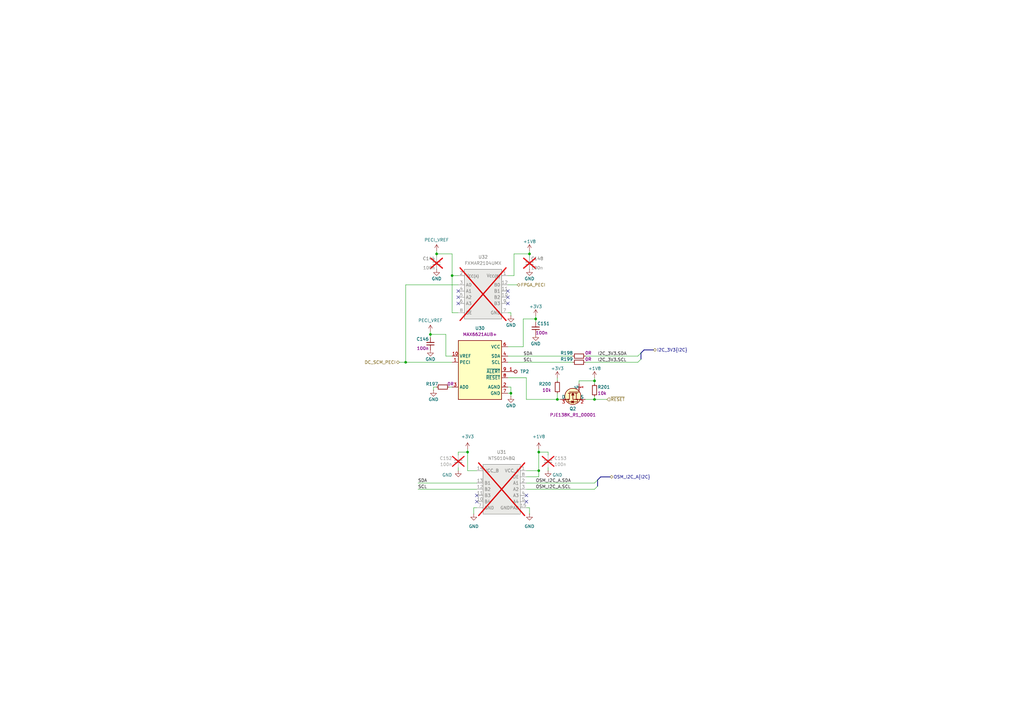
<source format=kicad_sch>
(kicad_sch (version 20250114) (generator "eeschema") (generator_version "9.0")
  (paper "A3")
  (title_block (title "BMC Reference Carrier Board") (date "2025-08-14") (rev "1.0.0"))
  (lib_symbols
    (symbol "antmicroCapacitors0402:C_100n_0402" (pin_numbers (hide yes)) (pin_names (hide yes))
      (property "Reference" "C" (at 20.32 -5.08 0))
      (property "Val" "100n" (at 20.32 -7.62 0))
      (symbol "C_100n_0402_0_1"
        (polyline (pts (xy 2.032 -1.524) (xy 2.032 1.524)) (stroke (width 0.3048)))
        (polyline (pts (xy 3.048 -1.524) (xy 3.048 1.524)) (stroke (width 0.3302)))
      )
      (symbol "C_100n_0402_1_1"
        (pin passive line (at 0 0 0) (length 2.032) (name "~") (number "1"))
        (pin passive line (at 5.08 0 180) (length 2.032) (name "~") (number "2"))
      )
    )
    (symbol "antmicroInterfaceControllers:MAX6621AUBT"
      (property "Reference" "U" (at 35.56 -2.54 0))
      (property "MPN" "MAX6621AUB+" (at 35.56 -5.08 0))
      (symbol "MAX6621AUBT_1_1"
        (rectangle (start 2.54 2.54) (end 20.32 -21.59) (stroke (width 0.254)) (fill (type background)))
        (pin power_in line (at 0 0 0) (length 2.54) (name "VCC") (number "6"))
        (pin passive line (at 0 -3.81 0) (length 2.54) (name "SDA") (number "4"))
        (pin passive line (at 0 -6.35 0) (length 2.54) (name "SCL") (number "5"))
        (pin passive line (at 0 -10.16 0) (length 2.54) (name "~{ALERT}") (number "9"))
        (pin passive line (at 0 -12.7 0) (length 2.54) (name "~{RESET}") (number "8"))
        (pin power_in line (at 0 -16.51 0) (length 2.54) (name "AGND") (number "2"))
        (pin power_in line (at 0 -19.05 0) (length 2.54) (name "GND") (number "7"))
        (pin power_in line (at 22.86 -3.81 180) (length 2.54) (name "VREF") (number "10"))
        (pin passive line (at 22.86 -6.35 180) (length 2.54) (name "PECI") (number "1"))
        (pin passive line (at 22.86 -16.51 180) (length 2.54) (name "AD0") (number "3"))
      )
    )
    (symbol "antmicroLogicTranslatorsLevelShifters:FXMAR2104UMX"
      (property "Reference" "U" (at 35.56 -2.54 0))
      (property "MPN" "FXMAR2104UMX" (at 35.56 -5.08 0))
      (symbol "FXMAR2104UMX_1_1"
        (rectangle (start 2.54 2.54) (end 17.78 -17.78) (stroke (width 0.254)) (fill (type background)))
        (pin power_in line (at 0 0 0) (length 2.54) (name "V_{CC(A)}") (number "2"))
        (pin bidirectional line (at 0 -3.81 0) (length 2.54) (name "A0") (number "3"))
        (pin bidirectional line (at 0 -6.35 0) (length 2.54) (name "A1") (number "4"))
        (pin bidirectional line (at 0 -8.89 0) (length 2.54) (name "A2") (number "5"))
        (pin bidirectional line (at 0 -11.43 0) (length 2.54) (name "A3") (number "6"))
        (pin input line (at 0 -15.24 0) (length 2.54) (name "OE") (number "8"))
        (pin power_in line (at 20.32 0 180) (length 2.54) (name "V_{CC(B)}") (number "1"))
        (pin bidirectional line (at 20.32 -3.81 180) (length 2.54) (name "B0") (number "12"))
        (pin bidirectional line (at 20.32 -6.35 180) (length 2.54) (name "B1") (number "11"))
        (pin bidirectional line (at 20.32 -8.89 180) (length 2.54) (name "B2") (number "10"))
        (pin bidirectional line (at 20.32 -11.43 180) (length 2.54) (name "B3") (number "9"))
        (pin power_in line (at 20.32 -15.24 180) (length 2.54) (name "GND") (number "7"))
      )
    )
    (symbol "antmicroLogicTranslatorsLevelShifters:NTS0104_DHVQFN"
      (property "Reference" "U" (at 35.56 -2.54 0))
      (property "MPN" "NTS0104BQ" (at 35.56 -5.08 0))
      (symbol "NTS0104_DHVQFN_1_1"
        (rectangle (start 2.54 2.54) (end 17.78 -17.78) (stroke (width 0.254)) (fill (type background)))
        (pin power_in line (at 0 0 0) (length 2.54) (name "VCC_A") (number "1"))
        (pin passive line (at 0 -2.54 0) (length 2.54) (name "OE") (number "8"))
        (pin passive line (at 0 -5.08 0) (length 2.54) (name "A1") (number "2"))
        (pin passive line (at 0 -7.62 0) (length 2.54) (name "A2") (number "3"))
        (pin passive line (at 0 -10.16 0) (length 2.54) (name "A3") (number "4"))
        (pin passive line (at 0 -12.7 0) (length 2.54) (name "A4") (number "5"))
        (pin power_in line (at 0 -15.24 0) (length 2.54) (name "GNDPAD") (number "15"))
        (pin no_connect line (at 17.78 -2.54 180) (length 2.54) (hide yes) (name "NC") (number "6"))
        (pin no_connect line (at 17.78 -3.81 180) (length 2.54) (hide yes) (name "NC") (number "9"))
        (pin power_in line (at 20.32 0 180) (length 2.54) (name "VCC_B") (number "14"))
        (pin passive line (at 20.32 -5.08 180) (length 2.54) (name "B1") (number "13"))
        (pin passive line (at 20.32 -7.62 180) (length 2.54) (name "B2") (number "12"))
        (pin passive line (at 20.32 -10.16 180) (length 2.54) (name "B3") (number "11"))
        (pin passive line (at 20.32 -12.7 180) (length 2.54) (name "B4") (number "10"))
        (pin power_in line (at 20.32 -15.24 180) (length 2.54) (name "GND") (number "7"))
      )
    )
    (symbol "antmicroResistors0402:R_0R_0402" (pin_numbers (hide yes)) (pin_names (hide yes))
      (property "Reference" "R" (at 20.32 -5.08 0))
      (property "Val" "0R" (at 20.32 -7.62 0))
      (symbol "R_0R_0402_0_1"
        (rectangle (start 0.635 0.889) (end 4.445 -0.889) (stroke (width 0.254)))
      )
      (symbol "R_0R_0402_1_1"
        (pin passive line (at 0 0 0) (length 0.635) (name "~") (number "1"))
        (pin passive line (at 5.08 0 180) (length 0.635) (name "~") (number "2"))
      )
    )
    (symbol "antmicroResistors0402:R_10k_0402" (pin_numbers (hide yes)) (pin_names (hide yes))
      (property "Reference" "R" (at 20.32 -5.08 0))
      (property "Val" "10k" (at 20.32 -7.62 0))
      (symbol "R_10k_0402_0_1"
        (rectangle (start 0.635 0.889) (end 4.445 -0.889) (stroke (width 0.254)))
      )
      (symbol "R_10k_0402_1_1"
        (pin passive line (at 0 0 0) (length 0.635) (name "~") (number "1"))
        (pin passive line (at 5.08 0 180) (length 0.635) (name "~") (number "2"))
      )
    )
    (symbol "antmicroTestPoints:TP_0.75mm_SMD" (pin_names (hide yes)) (in_bom no)
      (property "Reference" "TP" (at 10.16 -1.27 0))
      (symbol "TP_0.75mm_SMD_1_1"
        (circle (center 3.175 0) (radius 0.635) (stroke (width 0.254)))
        (pin passive line (at 0 0 0) (length 2.54) (name "1") (number "1"))
      )
    )
    (symbol "antmicroTransistorsFETsMOSFETsSingle:PJE138K" (pin_names (offset 0)) (in_bom no)
      (property "Reference" "Q" (at 22.86 -6.35 0))
      (property "MPN" "PJE138K_R1_00001" (at 22.86 -16.51 0))
      (symbol "PJE138K_1_1"
        (polyline (pts (xy 1.27 0) (xy 3.302 0) (xy 3.302 3.937)) (stroke (width 0.254)))
        (polyline (pts (xy 3.81 4.445) (xy 3.81 3.429)) (stroke (width 0.254)) (fill (type background)))
        (polyline (pts (xy 3.81 2.54) (xy 3.81 3.048)) (stroke (width 0.254)) (fill (type background)))
        (polyline (pts (xy 3.81 2.54) (xy 3.81 2.032)) (stroke (width 0.254)) (fill (type background)))
        (polyline (pts (xy 3.81 2.54) (xy 4.572 3.048) (xy 4.572 2.032) (xy 3.81 2.54)) (stroke (width 0.254)) (fill (type outline)))
        (polyline (pts (xy 3.81 1.143) (xy 3.81 1.651)) (stroke (width 0.254)) (fill (type background)))
        (polyline (pts (xy 3.81 1.143) (xy 3.81 0.635)) (stroke (width 0.254)) (fill (type background)))
        (circle (center 5.08 2.54) (radius 3.302) (stroke (width 0.254)) (fill (type background)))
        (polyline (pts (xy 6.223 0.635) (xy 7.366 0.635) (xy 7.366 3.937) (xy 7.366 4.445) (xy 6.223 4.445)) (stroke (width 0.254)))
        (polyline (pts (xy 6.35 6.35) (xy 6.35 3.937) (xy 3.81 3.937)) (stroke (width 0.254)))
        (circle (center 6.35 4.445) (radius 0.127) (stroke (width 0.254)) (fill (type background)))
        (polyline (pts (xy 6.35 1.143) (xy 3.81 1.143)) (stroke (width 0.254)) (fill (type background)))
        (circle (center 6.35 1.143) (radius 0.127) (stroke (width 0.254)) (fill (type background)))
        (circle (center 6.35 0.635) (radius 0.127) (stroke (width 0.254)) (fill (type background)))
        (polyline (pts (xy 6.35 -1.27) (xy 6.35 2.54) (xy 3.81 2.54)) (stroke (width 0.254)))
        (polyline (pts (xy 7.366 3.048) (xy 6.858 2.286) (xy 7.874 2.286) (xy 7.366 3.048)) (stroke (width 0.254)) (fill (type outline)))
        (polyline (pts (xy 7.874 3.048) (xy 6.858 3.048)) (stroke (width 0.254)) (fill (type background)))
        (pin input line (at 0 0 0) (length 2.54) (name "G") (number "1"))
        (pin passive line (at 6.35 7.62 270) (length 2.54) (name "D") (number "3"))
        (pin passive line (at 6.35 -2.54 90) (length 2.54) (name "S") (number "2"))
      )
    )
    (symbol "antmicropower:+0V5" (power) (pin_names (offset 0))
      (property "Value" "+0V5" (at 0 3.556 0))
      (symbol "+0V5_0_1"
        (polyline (pts (xy -0.762 1.27) (xy 0 2.54)))
        (polyline (pts (xy 0 2.54) (xy 0.762 1.27)))
        (polyline (pts (xy 0 0) (xy 0 2.54)))
      )
      (symbol "+0V5_1_1"
        (pin power_in line (at 0 0 90) (length 0) (hide yes) (name "+0V5") (number "1"))
      )
    )
    (symbol "antmicropower:+1V8" (power) (pin_numbers (hide yes)) (pin_names (hide yes))
      (property "Value" "+1V8" (at -3.175 2.54 0))
      (symbol "+1V8_1_1"
        (polyline (pts (xy -0.762 1.27) (xy 0 2.54)) (fill (type background)))
        (polyline (pts (xy 0 2.54) (xy 0.762 1.27)) (fill (type background)))
        (polyline (pts (xy 0 0) (xy 0 2.54)) (fill (type background)))
        (pin power_in line (at 0 0 90) (length 0) (hide yes) (name "+1V8") (number "1"))
      )
    )
    (symbol "antmicropower:+3V3" (power) (pin_numbers (hide yes)) (pin_names (hide yes))
      (property "Value" "+3V3" (at -3.175 2.54 0))
      (symbol "+3V3_0_1"
        (polyline (pts (xy 0 2.54) (xy -0.762 1.27)))
        (polyline (pts (xy 0 2.54) (xy 0.762 1.27)))
        (polyline (pts (xy 0 0) (xy 0 2.54)))
      )
      (symbol "+3V3_1_1"
        (pin power_in line (at 0 0 90) (length 0) (hide yes) (name "+3V3") (number "1"))
      )
    )
    (symbol "antmicropower:GND" (power) (pin_numbers (hide yes)) (pin_names (hide yes))
      (property "Value" "GND" (at 8.89 -5.08 0))
      (symbol "GND_1_1"
        (polyline (pts (xy 0 0) (xy 0 -1.27) (xy 1.27 -1.27) (xy 0 -2.54) (xy -1.27 -1.27) (xy 0 -1.27)))
        (pin power_in line (at 0 0 270) (length 0) (name "GND") (number "1"))
      )
    )
  )
  (junction (at 220.98 193.04))
  (junction (at 166.37 148.59))
  (junction (at 185.42 113.03))
  (junction (at 179.07 104.14))
  (junction (at 243.84 163.83))
  (junction (at 243.84 156.21))
  (junction (at 209.55 161.29))
  (junction (at 217.17 104.14))
  (junction (at 176.53 137.16))
  (junction (at 220.98 185.42))
  (junction (at 219.71 130.81))
  (junction (at 228.6 163.83))
  (junction (at 191.77 185.42))
  (no_connect (at 187.96 124.46))
  (no_connect (at 208.28 121.92))
  (no_connect (at 208.28 119.38))
  (no_connect (at 208.28 124.46))
  (no_connect (at 195.58 203.2))
  (no_connect (at 187.96 119.38))
  (no_connect (at 195.58 205.74))
  (no_connect (at 215.9 205.74))
  (no_connect (at 187.96 121.92))
  (no_connect (at 215.9 203.2))
  (bus_entry (at 245.11 196.85) (size -1.27 1.27))
  (bus_entry (at 262.89 144.78) (size -1.27 1.27))
  (bus_entry (at 245.11 199.39) (size -1.27 1.27))
  (bus_entry (at 262.89 147.32) (size -1.27 1.27))
  (wire (pts (xy 261.62 146.05) (xy 240.03 146.05)))
  (bus (pts (xy 245.11 196.85) (xy 245.11 199.39)))
  (wire (pts (xy 209.55 158.75) (xy 209.55 161.29)))
  (wire (pts (xy 220.98 185.42) (xy 220.98 193.04)))
  (wire (pts (xy 185.42 113.03) (xy 187.96 113.03)))
  (wire (pts (xy 219.71 130.81) (xy 219.71 132.08)))
  (wire (pts (xy 194.31 208.28) (xy 194.31 210.82)))
  (wire (pts (xy 208.28 146.05) (xy 234.95 146.05)))
  (wire (pts (xy 215.9 208.28) (xy 217.17 208.28)))
  (wire (pts (xy 177.8 158.75) (xy 179.07 158.75)))
  (wire (pts (xy 215.9 154.94) (xy 208.28 154.94)))
  (bus (pts (xy 250.19 195.58) (xy 246.38 195.58)))
  (wire (pts (xy 215.9 163.83) (xy 215.9 154.94)))
  (wire (pts (xy 217.17 104.14) (xy 210.82 104.14)))
  (wire (pts (xy 220.98 184.15) (xy 220.98 185.42)))
  (wire (pts (xy 179.07 102.87) (xy 179.07 104.14)))
  (wire (pts (xy 208.28 148.59) (xy 234.95 148.59)))
  (wire (pts (xy 185.42 128.27) (xy 185.42 113.03)))
  (wire (pts (xy 217.17 102.87) (xy 217.17 104.14)))
  (wire (pts (xy 191.77 185.42) (xy 191.77 193.04)))
  (wire (pts (xy 243.84 156.21) (xy 243.84 157.48)))
  (wire (pts (xy 187.96 128.27) (xy 185.42 128.27)))
  (bus (pts (xy 264.16 143.51) (xy 262.89 144.78)))
  (wire (pts (xy 224.79 185.42) (xy 224.79 186.69)))
  (wire (pts (xy 210.82 104.14) (xy 210.82 113.03)))
  (wire (pts (xy 215.9 198.12) (xy 243.84 198.12)))
  (wire (pts (xy 209.55 161.29) (xy 209.55 162.56)))
  (wire (pts (xy 220.98 195.58) (xy 220.98 193.04)))
  (wire (pts (xy 224.79 191.77) (xy 224.79 193.04)))
  (bus (pts (xy 262.89 144.78) (xy 262.89 147.32)))
  (wire (pts (xy 208.28 142.24) (xy 214.63 142.24)))
  (wire (pts (xy 176.53 135.89) (xy 176.53 137.16)))
  (wire (pts (xy 182.88 137.16) (xy 182.88 146.05)))
  (wire (pts (xy 228.6 163.83) (xy 215.9 163.83)))
  (wire (pts (xy 182.88 146.05) (xy 185.42 146.05)))
  (wire (pts (xy 184.15 158.75) (xy 185.42 158.75)))
  (bus (pts (xy 267.97 143.51) (xy 264.16 143.51)))
  (wire (pts (xy 179.07 104.14) (xy 179.07 105.41)))
  (wire (pts (xy 179.07 104.14) (xy 185.42 104.14)))
  (wire (pts (xy 215.9 200.66) (xy 243.84 200.66)))
  (wire (pts (xy 163.83 148.59) (xy 166.37 148.59)))
  (wire (pts (xy 166.37 116.84) (xy 187.96 116.84)))
  (wire (pts (xy 208.28 161.29) (xy 209.55 161.29)))
  (wire (pts (xy 187.96 191.77) (xy 187.96 193.04)))
  (wire (pts (xy 191.77 193.04) (xy 195.58 193.04)))
  (wire (pts (xy 171.45 198.12) (xy 195.58 198.12)))
  (wire (pts (xy 215.9 195.58) (xy 220.98 195.58)))
  (wire (pts (xy 237.49 156.21) (xy 237.49 157.48)))
  (wire (pts (xy 217.17 104.14) (xy 217.17 105.41)))
  (wire (pts (xy 209.55 128.27) (xy 209.55 129.54)))
  (wire (pts (xy 208.28 113.03) (xy 210.82 113.03)))
  (wire (pts (xy 243.84 163.83) (xy 248.92 163.83)))
  (wire (pts (xy 261.62 148.59) (xy 240.03 148.59)))
  (bus (pts (xy 246.38 195.58) (xy 245.11 196.85)))
  (wire (pts (xy 224.79 185.42) (xy 220.98 185.42)))
  (wire (pts (xy 243.84 163.83) (xy 243.84 162.56)))
  (wire (pts (xy 191.77 184.15) (xy 191.77 185.42)))
  (wire (pts (xy 228.6 154.94) (xy 228.6 156.21)))
  (wire (pts (xy 195.58 208.28) (xy 194.31 208.28)))
  (wire (pts (xy 214.63 142.24) (xy 214.63 130.81)))
  (wire (pts (xy 240.03 163.83) (xy 243.84 163.83)))
  (wire (pts (xy 187.96 185.42) (xy 191.77 185.42)))
  (wire (pts (xy 243.84 156.21) (xy 237.49 156.21)))
  (wire (pts (xy 228.6 163.83) (xy 228.6 161.29)))
  (wire (pts (xy 185.42 104.14) (xy 185.42 113.03)))
  (wire (pts (xy 243.84 154.94) (xy 243.84 156.21)))
  (wire (pts (xy 217.17 208.28) (xy 217.17 210.82)))
  (wire (pts (xy 166.37 148.59) (xy 166.37 116.84)))
  (wire (pts (xy 176.53 137.16) (xy 182.88 137.16)))
  (wire (pts (xy 208.28 128.27) (xy 209.55 128.27)))
  (wire (pts (xy 219.71 129.54) (xy 219.71 130.81)))
  (wire (pts (xy 177.8 160.02) (xy 177.8 158.75)))
  (wire (pts (xy 208.28 116.84) (xy 212.09 116.84)))
  (wire (pts (xy 220.98 193.04) (xy 215.9 193.04)))
  (wire (pts (xy 229.87 163.83) (xy 228.6 163.83)))
  (wire (pts (xy 187.96 185.42) (xy 187.96 186.69)))
  (wire (pts (xy 208.28 158.75) (xy 209.55 158.75)))
  (wire (pts (xy 176.53 137.16) (xy 176.53 138.43)))
  (wire (pts (xy 171.45 200.66) (xy 195.58 200.66)))
  (wire (pts (xy 166.37 148.59) (xy 185.42 148.59)))
  (wire (pts (xy 214.63 130.81) (xy 219.71 130.81)))
  (label "OSM_I2C_A.SCL" (at 219.71 200.66 0))
  (label "I2C_3V3.SDA" (at 245.11 146.05 0))
  (label "SDA" (at 214.63 146.05 0))
  (label "SCL" (at 171.45 200.66 0))
  (label "SCL" (at 214.63 148.59 0))
  (label "OSM_I2C_A.SDA" (at 219.71 198.12 0))
  (label "I2C_3V3.SCL" (at 245.11 148.59 0))
  (label "SDA" (at 171.45 198.12 0))
  (hierarchical_label "~{RESET}" (shape input) (at 248.92 163.83 0))
  (hierarchical_label "I2C_3V3{I2C}" (shape bidirectional) (at 267.97 143.51 0))
  (hierarchical_label "DC_SCM_PECI" (shape bidirectional) (at 163.83 148.59 180))
  (hierarchical_label "OSM_I2C_A{I2C}" (shape bidirectional) (at 250.19 195.58 0))
  (hierarchical_label "FPGA_PECI" (shape bidirectional) (at 212.09 116.84 0))
  (symbol (lib_id "antmicroCapacitors0402:C_100n_0402") (at 224.79 191.77 270) (mirror x) (unit 1) (dnp yes)
    (property "Reference" "C153" (at 227.33 187.9536 90) (effects (justify left)))
    (property "Value" "C_100n_0402" (effects (hide yes)))
    (property "Footprint" "antmicro-footprints:C_0402_1005Metric" (effects (hide yes)))
    (property "Datasheet" "https://www.murata.com/products/productdetail?partno=GRM155R61H104KE14%23" (effects (hide yes)))
    (property "Description" "SMD Multilayer Ceramic Capacitor, 0.1 µF, 50 V, 0402 [1005 Metric], ± 10%, X5R, GRM Series" (effects (hide yes)))
    (property "MPN" "GRM155R61H104KE14D" (effects (hide yes)))
    (property "Manufacturer" "Murata" (effects (hide yes)))
    (property "License" "Apache-2.0" (effects (hide yes)))
    (property "Author" "Antmicro" (effects (hide yes)))
    (property "Val" "100n" (at 227.33 190.4936 90) (effects (justify left)))
    (property "Voltage" "50V" (effects (hide yes)))
    (property "Dielectric" "X5R" (effects (hide yes)))
  )
  (symbol (lib_id "antmicroCapacitors0402:C_100n_0402") (at 179.07 110.49 90) (unit 1) (dnp yes)
    (property "Reference" "C144" (at 178.435 106.045 90) (effects (justify left)))
    (property "Value" "C_100n_0402" (effects (hide yes)))
    (property "Footprint" "antmicro-footprints:C_0402_1005Metric" (effects (hide yes)))
    (property "Datasheet" "https://www.murata.com/products/productdetail?partno=GRM155R61H104KE14%23" (effects (hide yes)))
    (property "Description" "SMD Multilayer Ceramic Capacitor, 0.1 µF, 50 V, 0402 [1005 Metric], ± 10%, X5R, GRM Series" (effects (hide yes)))
    (property "MPN" "GRM155R61H104KE14D" (effects (hide yes)))
    (property "Manufacturer" "Murata" (effects (hide yes)))
    (property "License" "Apache-2.0" (effects (hide yes)))
    (property "Author" "Antmicro" (effects (hide yes)))
    (property "Val" "100n" (at 178.435 109.855 90) (effects (justify left)))
    (property "Voltage" "50V" (effects (hide yes)))
    (property "Dielectric" "X5R" (effects (hide yes)))
  )
  (symbol (lib_id "antmicropower:GND") (at 179.07 110.49 0) (unit 1)
    (property "Reference" "#PWR0246" (effects (hide yes)))
    (property "Value" "GND" (at 179.07 114.3 0))
    (property "Author" "Antmicro" (effects (hide yes)))
    (property "License" "Apache-2.0" (effects (hide yes)))
  )
  (symbol (lib_id "antmicropower:+0V5") (at 179.07 102.87 0) (unit 1)
    (property "Reference" "#PWR0243" (effects (hide yes)))
    (property "Value" "PECI_VREF" (at 179.07 98.425 0))
  )
  (symbol (lib_id "antmicroResistors0402:R_0R_0402") (at 234.95 146.05 0) (unit 1)
    (property "Reference" "R198" (at 232.41 144.78 0))
    (property "Value" "R_0R_0402" (effects (hide yes)))
    (property "Footprint" "antmicro-footprints:R_0402_1005Metric" (effects (hide yes)))
    (property "Datasheet" "https://industrial.panasonic.com/cdbs/www-data/pdf/RDA0000/AOA0000C301.pdf" (effects (hide yes)))
    (property "Description" "SMD Chip Resistor, Jumper, 0 ohm, 100 mW, 0402 [1005 Metric], Thick Film, General Purpose" (effects (hide yes)))
    (property "MPN" "ERJ2GE0R00X" (effects (hide yes)))
    (property "Manufacturer" "Panasonic" (effects (hide yes)))
    (property "License" "Apache-2.0" (effects (hide yes)))
    (property "Author" "Antmicro" (effects (hide yes)))
    (property "Val" "0R" (at 241.3 144.78 0))
    (property "Current" "1A" (effects (hide yes)))
  )
  (symbol (lib_id "antmicropower:+0V5") (at 176.53 135.89 0) (unit 1)
    (property "Reference" "#PWR0244" (effects (hide yes)))
    (property "Value" "PECI_VREF" (at 176.53 131.445 0))
  )
  (symbol (lib_id "antmicropower:GND") (at 194.31 210.82 0) (unit 1)
    (property "Reference" "#PWR0257" (effects (hide yes)))
    (property "Value" "GND" (at 194.31 215.9 0))
    (property "Author" "Antmicro" (effects (hide yes)))
    (property "License" "Apache-2.0" (effects (hide yes)))
  )
  (symbol (lib_id "antmicropower:+3V3") (at 228.6 154.94 0) (unit 1)
    (property "Reference" "#PWR0252" (effects (hide yes)))
    (property "Value" "+3V3" (at 228.6 151.13 0))
    (property "Author" "Antmicro" (effects (hide yes)))
    (property "License" "Apache-2.0" (effects (hide yes)))
  )
  (symbol (lib_id "antmicroLogicTranslatorsLevelShifters:NTS0104_DHVQFN") (at 215.9 193.04 0) (mirror y) (unit 1) (dnp yes)
    (property "Reference" "U31" (at 205.74 185.42 0))
    (property "Value" "NTS0104_DHVQFN" (effects (hide yes)))
    (property "Footprint" "antmicro-footprints:DHVQFN-14-1EP_2.5x3mm" (effects (hide yes)))
    (property "Datasheet" "https://www.nxp.com/docs/en/data-sheet/NTS0104.pdf" (effects (hide yes)))
    (property "Description" "Voltage Level Translator Bidirectional 1 Circuit 4 Channel 50Mbps 14-DHVQFN (2.5x3)" (effects (hide yes)))
    (property "MPN" "NTS0104BQ" (at 205.74 187.96 0))
    (property "Manufacturer" "NXP" (effects (hide yes)))
    (property "Author" "Antmicro" (effects (hide yes)))
    (property "License" "Apache-2.0" (effects (hide yes)))
  )
  (symbol (lib_id "antmicropower:GND") (at 217.17 110.49 0) (mirror y) (unit 1)
    (property "Reference" "#PWR0248" (effects (hide yes)))
    (property "Value" "GND" (at 217.17 114.3 0))
    (property "Author" "Antmicro" (effects (hide yes)))
    (property "License" "Apache-2.0" (effects (hide yes)))
  )
  (symbol (lib_id "antmicroTestPoints:TP_0.75mm_SMD") (at 208.28 152.4 0) (unit 1) (in_bom no)
    (property "Reference" "TP2" (at 213.36 152.4 0) (effects (justify left)))
    (property "Value" "TP_0.75mm_SMD" (effects (hide yes)))
    (property "Footprint" "antmicro-footprints:TP_SMD_0.75mm" (effects (hide yes)))
    (property "Description" "SMT test point" (effects (hide yes)))
    (property "Author" "Antmicro" (effects (hide yes)))
    (property "License" "Apache-2.0" (effects (hide yes)))
  )
  (symbol (lib_id "antmicroResistors0402:R_10k_0402") (at 228.6 161.29 270) (mirror x) (unit 1)
    (property "Reference" "R200" (at 226.06 157.48 90) (effects (justify right)))
    (property "Value" "R_10k_0402" (effects (hide yes)))
    (property "Footprint" "antmicro-footprints:R_0402_1005Metric" (effects (hide yes)))
    (property "Datasheet" "https://www.bourns.com/docs/product-datasheets/cr.pdf" (effects (hide yes)))
    (property "Description" "SMD Chip Resistor, 10 kohm, ± 1%, 62.5 mW, 0402 [1005 Metric], Thick Film, General Purpose" (effects (hide yes)))
    (property "MPN" "CR0402-FX-1002GLF" (effects (hide yes)))
    (property "Manufacturer" "Bourns" (effects (hide yes)))
    (property "License" "Apache-2.0" (effects (hide yes)))
    (property "Author" "Antmicro" (effects (hide yes)))
    (property "Val" "10k" (at 226.06 160.02 90) (effects (justify right)))
    (property "Tolerance" "1%" (effects (hide yes)))
  )
  (symbol (lib_id "antmicroResistors0402:R_0R_0402") (at 179.07 158.75 0) (unit 1)
    (property "Reference" "R197" (at 177.165 157.48 0))
    (property "Value" "R_0R_0402" (effects (hide yes)))
    (property "Footprint" "antmicro-footprints:R_0402_1005Metric" (effects (hide yes)))
    (property "Datasheet" "https://industrial.panasonic.com/cdbs/www-data/pdf/RDA0000/AOA0000C301.pdf" (effects (hide yes)))
    (property "Description" "SMD Chip Resistor, Jumper, 0 ohm, 100 mW, 0402 [1005 Metric], Thick Film, General Purpose" (effects (hide yes)))
    (property "MPN" "ERJ2GE0R00X" (effects (hide yes)))
    (property "Manufacturer" "Panasonic" (effects (hide yes)))
    (property "License" "Apache-2.0" (effects (hide yes)))
    (property "Author" "Antmicro" (effects (hide yes)))
    (property "Val" "0R" (at 184.785 157.48 0))
    (property "Current" "1A" (effects (hide yes)))
  )
  (symbol (lib_id "antmicropower:+3V3") (at 219.71 129.54 0) (unit 1)
    (property "Reference" "#PWR0253" (effects (hide yes)))
    (property "Value" "+3V3" (at 219.71 125.73 0))
    (property "Author" "Antmicro" (effects (hide yes)))
    (property "License" "Apache-2.0" (effects (hide yes)))
  )
  (symbol (lib_id "antmicropower:GND") (at 209.55 162.56 0) (mirror y) (unit 1)
    (property "Reference" "#PWR0251" (effects (hide yes)))
    (property "Value" "GND" (at 209.55 166.37 0))
    (property "Author" "Antmicro" (effects (hide yes)))
    (property "License" "Apache-2.0" (effects (hide yes)))
  )
  (symbol (lib_id "antmicroInterfaceControllers:MAX6621AUBT") (at 208.28 142.24 0) (mirror y) (unit 1)
    (property "Reference" "U30" (at 196.85 134.62 0))
    (property "Value" "MAX6621AUBT" (effects (hide yes)))
    (property "Footprint" "antmicro-footprints:VSSOP-10_3x3mm_P0.5mm" (effects (hide yes)))
    (property "Datasheet" "https://www.analog.com/media/en/technical-documentation/data-sheets/MAX6621.pdf" (effects (hide yes)))
    (property "Description" "PECI to I2C translator, 400 kbps, Vin 3V - 3.6V" (effects (hide yes)))
    (property "Manufacturer" "Analog Devices" (effects (hide yes)))
    (property "MPN" "MAX6621AUB+" (at 196.85 137.16 0))
    (property "Author" "Antmicro" (effects (hide yes)))
    (property "License" "Apache-2.0" (effects (hide yes)))
  )
  (symbol (lib_id "antmicropower:GND") (at 176.53 143.51 0) (unit 1)
    (property "Reference" "#PWR0245" (effects (hide yes)))
    (property "Value" "GND" (at 176.53 147.32 0))
    (property "Author" "Antmicro" (effects (hide yes)))
    (property "License" "Apache-2.0" (effects (hide yes)))
  )
  (symbol (lib_id "antmicropower:+1V8") (at 243.84 154.94 0) (mirror y) (unit 1)
    (property "Reference" "#PWR0239" (effects (hide yes)))
    (property "Value" "+1V8" (at 243.84 151.13 0))
    (property "Author" "Antmicro" (effects (hide yes)))
    (property "License" "Apache-2.0" (effects (hide yes)))
  )
  (symbol (lib_id "antmicroCapacitors0402:C_100n_0402") (at 176.53 143.51 90) (unit 1)
    (property "Reference" "C146" (at 175.895 139.065 90) (effects (justify left)))
    (property "Value" "C_100n_0402" (effects (hide yes)))
    (property "Footprint" "antmicro-footprints:C_0402_1005Metric" (effects (hide yes)))
    (property "Datasheet" "https://www.murata.com/products/productdetail?partno=GRM155R61H104KE14%23" (effects (hide yes)))
    (property "Description" "SMD Multilayer Ceramic Capacitor, 0.1 µF, 50 V, 0402 [1005 Metric], ± 10%, X5R, GRM Series" (effects (hide yes)))
    (property "MPN" "GRM155R61H104KE14D" (effects (hide yes)))
    (property "Manufacturer" "Murata" (effects (hide yes)))
    (property "License" "Apache-2.0" (effects (hide yes)))
    (property "Author" "Antmicro" (effects (hide yes)))
    (property "Val" "100n" (at 175.895 142.875 90) (effects (justify left)))
    (property "Voltage" "50V" (effects (hide yes)))
    (property "Dielectric" "X5R" (effects (hide yes)))
  )
  (symbol (lib_id "antmicroResistors0402:R_0R_0402") (at 234.95 148.59 0) (unit 1)
    (property "Reference" "R199" (at 232.41 147.32 0))
    (property "Value" "R_0R_0402" (effects (hide yes)))
    (property "Footprint" "antmicro-footprints:R_0402_1005Metric" (effects (hide yes)))
    (property "Datasheet" "https://industrial.panasonic.com/cdbs/www-data/pdf/RDA0000/AOA0000C301.pdf" (effects (hide yes)))
    (property "Description" "SMD Chip Resistor, Jumper, 0 ohm, 100 mW, 0402 [1005 Metric], Thick Film, General Purpose" (effects (hide yes)))
    (property "MPN" "ERJ2GE0R00X" (effects (hide yes)))
    (property "Manufacturer" "Panasonic" (effects (hide yes)))
    (property "License" "Apache-2.0" (effects (hide yes)))
    (property "Author" "Antmicro" (effects (hide yes)))
    (property "Val" "0R" (at 241.3 147.32 0))
    (property "Current" "1A" (effects (hide yes)))
  )
  (symbol (lib_id "antmicropower:+1V8") (at 217.17 102.87 0) (unit 1)
    (property "Reference" "#PWR0247" (effects (hide yes)))
    (property "Value" "+1V8" (at 217.17 99.06 0))
    (property "Author" "Antmicro" (effects (hide yes)))
    (property "License" "Apache-2.0" (effects (hide yes)))
  )
  (symbol (lib_id "antmicroCapacitors0402:C_100n_0402") (at 219.71 137.16 90) (unit 1)
    (property "Reference" "C151" (at 220.345 132.715 90) (effects (justify right)))
    (property "Value" "C_100n_0402" (effects (hide yes)))
    (property "Footprint" "antmicro-footprints:C_0402_1005Metric" (effects (hide yes)))
    (property "Datasheet" "https://www.murata.com/products/productdetail?partno=GRM155R61H104KE14%23" (effects (hide yes)))
    (property "Description" "SMD Multilayer Ceramic Capacitor, 0.1 µF, 50 V, 0402 [1005 Metric], ± 10%, X5R, GRM Series" (effects (hide yes)))
    (property "MPN" "GRM155R61H104KE14D" (effects (hide yes)))
    (property "Manufacturer" "Murata" (effects (hide yes)))
    (property "License" "Apache-2.0" (effects (hide yes)))
    (property "Author" "Antmicro" (effects (hide yes)))
    (property "Val" "100n" (at 219.71 136.525 90) (effects (justify right)))
    (property "Voltage" "50V" (effects (hide yes)))
    (property "Dielectric" "X5R" (effects (hide yes)))
  )
  (symbol (lib_id "antmicropower:+3V3") (at 191.77 184.15 0) (mirror y) (unit 1)
    (property "Reference" "#PWR0256" (effects (hide yes)))
    (property "Value" "+3V3" (at 191.77 179.07 0))
    (property "Author" "Antmicro" (effects (hide yes)))
    (property "License" "Apache-2.0" (effects (hide yes)))
  )
  (symbol (lib_id "antmicroCapacitors0402:C_100n_0402") (at 217.17 110.49 270) (mirror x) (unit 1) (dnp yes)
    (property "Reference" "C148" (at 217.805 106.045 90) (effects (justify left)))
    (property "Value" "C_100n_0402" (effects (hide yes)))
    (property "Footprint" "antmicro-footprints:C_0402_1005Metric" (effects (hide yes)))
    (property "Datasheet" "https://www.murata.com/products/productdetail?partno=GRM155R61H104KE14%23" (effects (hide yes)))
    (property "Description" "SMD Multilayer Ceramic Capacitor, 0.1 µF, 50 V, 0402 [1005 Metric], ± 10%, X5R, GRM Series" (effects (hide yes)))
    (property "MPN" "GRM155R61H104KE14D" (effects (hide yes)))
    (property "Manufacturer" "Murata" (effects (hide yes)))
    (property "License" "Apache-2.0" (effects (hide yes)))
    (property "Author" "Antmicro" (effects (hide yes)))
    (property "Val" "100n" (at 217.805 109.855 90) (effects (justify left)))
    (property "Voltage" "50V" (effects (hide yes)))
    (property "Dielectric" "X5R" (effects (hide yes)))
  )
  (symbol (lib_id "antmicropower:GND") (at 209.55 129.54 0) (mirror y) (unit 1)
    (property "Reference" "#PWR0249" (effects (hide yes)))
    (property "Value" "GND" (at 209.55 133.35 0))
    (property "Author" "Antmicro" (effects (hide yes)))
    (property "License" "Apache-2.0" (effects (hide yes)))
  )
  (symbol (lib_id "antmicropower:GND") (at 217.17 210.82 0) (unit 1)
    (property "Reference" "#PWR0258" (effects (hide yes)))
    (property "Value" "GND" (at 217.17 215.9 0))
    (property "Author" "Antmicro" (effects (hide yes)))
    (property "License" "Apache-2.0" (effects (hide yes)))
  )
  (symbol (lib_id "antmicroResistors0402:R_10k_0402") (at 243.84 162.56 90) (unit 1)
    (property "Reference" "R201" (at 245.11 158.75 90) (effects (justify right)))
    (property "Value" "R_10k_0402" (effects (hide yes)))
    (property "Footprint" "antmicro-footprints:R_0402_1005Metric" (effects (hide yes)))
    (property "Datasheet" "https://www.bourns.com/docs/product-datasheets/cr.pdf" (effects (hide yes)))
    (property "Description" "SMD Chip Resistor, 10 kohm, ± 1%, 62.5 mW, 0402 [1005 Metric], Thick Film, General Purpose" (effects (hide yes)))
    (property "MPN" "CR0402-FX-1002GLF" (effects (hide yes)))
    (property "Manufacturer" "Bourns" (effects (hide yes)))
    (property "License" "Apache-2.0" (effects (hide yes)))
    (property "Author" "Antmicro" (effects (hide yes)))
    (property "Val" "10k" (at 245.11 161.29 90) (effects (justify right)))
    (property "Tolerance" "1%" (effects (hide yes)))
  )
  (symbol (lib_id "antmicropower:+1V8") (at 220.98 184.15 0) (mirror y) (unit 1)
    (property "Reference" "#PWR0259" (effects (hide yes)))
    (property "Value" "+1V8" (at 220.98 179.07 0))
    (property "Author" "Antmicro" (effects (hide yes)))
    (property "License" "Apache-2.0" (effects (hide yes)))
  )
  (symbol (lib_id "antmicropower:GND") (at 219.71 137.16 0) (mirror y) (unit 1)
    (property "Reference" "#PWR0254" (effects (hide yes)))
    (property "Value" "GND" (at 219.71 140.97 0))
    (property "Author" "Antmicro" (effects (hide yes)))
    (property "License" "Apache-2.0" (effects (hide yes)))
  )
  (symbol (lib_id "antmicroCapacitors0402:C_100n_0402") (at 187.96 191.77 270) (mirror x) (unit 1) (dnp yes)
    (property "Reference" "C152" (at 185.42 187.9536 90) (effects (justify right)))
    (property "Value" "C_100n_0402" (effects (hide yes)))
    (property "Footprint" "antmicro-footprints:C_0402_1005Metric" (effects (hide yes)))
    (property "Datasheet" "https://www.murata.com/products/productdetail?partno=GRM155R61H104KE14%23" (effects (hide yes)))
    (property "Description" "SMD Multilayer Ceramic Capacitor, 0.1 µF, 50 V, 0402 [1005 Metric], ± 10%, X5R, GRM Series" (effects (hide yes)))
    (property "MPN" "GRM155R61H104KE14D" (effects (hide yes)))
    (property "Manufacturer" "Murata" (effects (hide yes)))
    (property "License" "Apache-2.0" (effects (hide yes)))
    (property "Author" "Antmicro" (effects (hide yes)))
    (property "Val" "100n" (at 185.42 190.4936 90) (effects (justify right)))
    (property "Voltage" "50V" (effects (hide yes)))
    (property "Dielectric" "X5R" (effects (hide yes)))
  )
  (symbol (lib_id "antmicropower:GND") (at 187.96 193.04 0) (mirror y) (unit 1)
    (property "Reference" "#PWR0255" (effects (hide yes)))
    (property "Value" "GND" (at 183.388 194.818 0))
    (property "Author" "Antmicro" (effects (hide yes)))
    (property "License" "Apache-2.0" (effects (hide yes)))
  )
  (symbol (lib_id "antmicroTransistorsFETsMOSFETsSingle:PJE138K") (at 237.49 157.48 90) (mirror x) (unit 1) (in_bom no)
    (property "Reference" "Q2" (at 234.95 167.64 90))
    (property "Value" "PJE138K" (effects (hide yes)))
    (property "Footprint" "antmicro-footprints:SOT-523" (effects (hide yes)))
    (property "Datasheet" "https://www.mouser.com/datasheet/2/1057/PJE138K-1876698.pdf" (effects (hide yes)))
    (property "Description" "MOSFET, N Channel, 50V, 0.35A, 4.5 ohm, SOT-523, Surface Mount" (effects (hide yes)))
    (property "MPN" "PJE138K_R1_00001" (at 234.95 170.18 90))
    (property "Manufacturer" "PANJIT" (effects (hide yes)))
    (property "Author" "Antmicro" (effects (hide yes)))
    (property "License" "Apache-2.0" (effects (hide yes)))
  )
  (symbol (lib_id "antmicroLogicTranslatorsLevelShifters:FXMAR2104UMX") (at 187.96 113.03 0) (unit 1) (dnp yes)
    (property "Reference" "U32" (at 198.12 105.41 0))
    (property "Value" "FXMAR2104UMX" (effects (hide yes)))
    (property "Footprint" "antmicro-footprints:UMLP-12_1.8x.1.8x0.55mm_P0.4mm" (effects (hide yes)))
    (property "Datasheet" "https://www.mouser.com/datasheet/2/308/1/FXMAR2104_D-2314758.pdf" (effects (hide yes)))
    (property "Description" "4-Bit Voltage Translator for Open-Drain and Push-Pull, 1.65 V to 5.5 V, UMLP-12, -40 to +85°C" (effects (hide yes)))
    (property "MPN" "FXMAR2104UMX" (at 198.12 107.95 0))
    (property "Manufacturer" "Onsemi" (effects (hide yes)))
    (property "Author" "Antmicro" (effects (hide yes)))
    (property "License" "Apache-2.0" (effects (hide yes)))
  )
  (symbol (lib_id "antmicropower:GND") (at 224.79 193.04 0) (unit 1)
    (property "Reference" "#PWR0260" (effects (hide yes)))
    (property "Value" "GND" (at 228.6 194.818 0))
    (property "Author" "Antmicro" (effects (hide yes)))
    (property "License" "Apache-2.0" (effects (hide yes)))
  )
  (symbol (lib_id "antmicropower:GND") (at 177.8 160.02 0) (mirror y) (unit 1)
    (property "Reference" "#PWR0250" (effects (hide yes)))
    (property "Value" "GND" (at 177.8 163.83 0))
    (property "Author" "Antmicro" (effects (hide yes)))
    (property "License" "Apache-2.0" (effects (hide yes)))
  )
)
</source>
